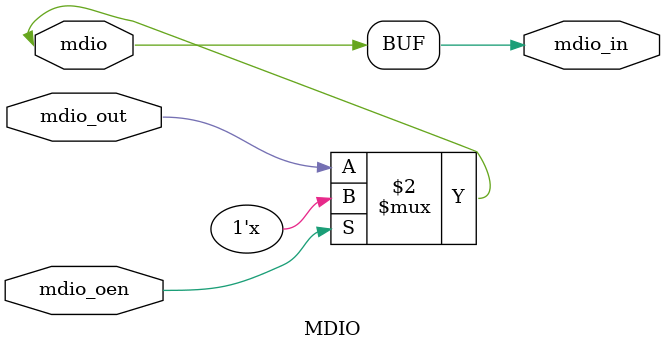
<source format=v>
module MDIO(mdio_in,mdio_out,mdio_oen,mdio);
inout mdio;
output mdio_in;
input mdio_out,mdio_oen;
assign mdio_in=mdio;
assign mdio=(mdio_oen==1'b0)? mdio_out : 1'bz;  
endmodule         

</source>
